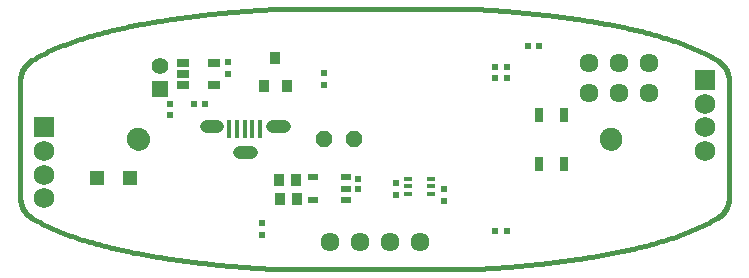
<source format=gts>
G75*
%MOIN*%
%OFA0B0*%
%FSLAX25Y25*%
%IPPOS*%
%LPD*%
%AMOC8*
5,1,8,0,0,1.08239X$1,22.5*
%
%ADD10C,0.00000*%
%ADD11C,0.07487*%
%ADD12C,0.01575*%
%ADD13R,0.04337X0.02565*%
%ADD14R,0.05550X0.05550*%
%ADD15C,0.05550*%
%ADD16R,0.02369X0.01975*%
%ADD17R,0.01975X0.02369*%
%ADD18C,0.06337*%
%ADD19R,0.05124X0.05124*%
%ADD20R,0.03550X0.04337*%
%ADD21R,0.03550X0.02369*%
%ADD22R,0.02959X0.04534*%
%ADD23OC8,0.05600*%
%ADD24R,0.01778X0.06306*%
%ADD25C,0.04369*%
%ADD26R,0.03156X0.01778*%
%ADD27R,0.06900X0.06900*%
%ADD28C,0.06900*%
D10*
X0076997Y0064792D02*
X0076999Y0064910D01*
X0077005Y0065029D01*
X0077015Y0065147D01*
X0077029Y0065264D01*
X0077046Y0065381D01*
X0077068Y0065498D01*
X0077094Y0065613D01*
X0077123Y0065728D01*
X0077156Y0065842D01*
X0077193Y0065954D01*
X0077234Y0066065D01*
X0077278Y0066175D01*
X0077326Y0066283D01*
X0077378Y0066390D01*
X0077433Y0066495D01*
X0077492Y0066598D01*
X0077554Y0066698D01*
X0077619Y0066797D01*
X0077688Y0066894D01*
X0077759Y0066988D01*
X0077834Y0067079D01*
X0077912Y0067169D01*
X0077993Y0067255D01*
X0078077Y0067339D01*
X0078163Y0067420D01*
X0078253Y0067498D01*
X0078344Y0067573D01*
X0078438Y0067644D01*
X0078535Y0067713D01*
X0078634Y0067778D01*
X0078734Y0067840D01*
X0078837Y0067899D01*
X0078942Y0067954D01*
X0079049Y0068006D01*
X0079157Y0068054D01*
X0079267Y0068098D01*
X0079378Y0068139D01*
X0079490Y0068176D01*
X0079604Y0068209D01*
X0079719Y0068238D01*
X0079834Y0068264D01*
X0079951Y0068286D01*
X0080068Y0068303D01*
X0080185Y0068317D01*
X0080303Y0068327D01*
X0080422Y0068333D01*
X0080540Y0068335D01*
X0080658Y0068333D01*
X0080777Y0068327D01*
X0080895Y0068317D01*
X0081012Y0068303D01*
X0081129Y0068286D01*
X0081246Y0068264D01*
X0081361Y0068238D01*
X0081476Y0068209D01*
X0081590Y0068176D01*
X0081702Y0068139D01*
X0081813Y0068098D01*
X0081923Y0068054D01*
X0082031Y0068006D01*
X0082138Y0067954D01*
X0082243Y0067899D01*
X0082346Y0067840D01*
X0082446Y0067778D01*
X0082545Y0067713D01*
X0082642Y0067644D01*
X0082736Y0067573D01*
X0082827Y0067498D01*
X0082917Y0067420D01*
X0083003Y0067339D01*
X0083087Y0067255D01*
X0083168Y0067169D01*
X0083246Y0067079D01*
X0083321Y0066988D01*
X0083392Y0066894D01*
X0083461Y0066797D01*
X0083526Y0066698D01*
X0083588Y0066598D01*
X0083647Y0066495D01*
X0083702Y0066390D01*
X0083754Y0066283D01*
X0083802Y0066175D01*
X0083846Y0066065D01*
X0083887Y0065954D01*
X0083924Y0065842D01*
X0083957Y0065728D01*
X0083986Y0065613D01*
X0084012Y0065498D01*
X0084034Y0065381D01*
X0084051Y0065264D01*
X0084065Y0065147D01*
X0084075Y0065029D01*
X0084081Y0064910D01*
X0084083Y0064792D01*
X0084081Y0064674D01*
X0084075Y0064555D01*
X0084065Y0064437D01*
X0084051Y0064320D01*
X0084034Y0064203D01*
X0084012Y0064086D01*
X0083986Y0063971D01*
X0083957Y0063856D01*
X0083924Y0063742D01*
X0083887Y0063630D01*
X0083846Y0063519D01*
X0083802Y0063409D01*
X0083754Y0063301D01*
X0083702Y0063194D01*
X0083647Y0063089D01*
X0083588Y0062986D01*
X0083526Y0062886D01*
X0083461Y0062787D01*
X0083392Y0062690D01*
X0083321Y0062596D01*
X0083246Y0062505D01*
X0083168Y0062415D01*
X0083087Y0062329D01*
X0083003Y0062245D01*
X0082917Y0062164D01*
X0082827Y0062086D01*
X0082736Y0062011D01*
X0082642Y0061940D01*
X0082545Y0061871D01*
X0082446Y0061806D01*
X0082346Y0061744D01*
X0082243Y0061685D01*
X0082138Y0061630D01*
X0082031Y0061578D01*
X0081923Y0061530D01*
X0081813Y0061486D01*
X0081702Y0061445D01*
X0081590Y0061408D01*
X0081476Y0061375D01*
X0081361Y0061346D01*
X0081246Y0061320D01*
X0081129Y0061298D01*
X0081012Y0061281D01*
X0080895Y0061267D01*
X0080777Y0061257D01*
X0080658Y0061251D01*
X0080540Y0061249D01*
X0080422Y0061251D01*
X0080303Y0061257D01*
X0080185Y0061267D01*
X0080068Y0061281D01*
X0079951Y0061298D01*
X0079834Y0061320D01*
X0079719Y0061346D01*
X0079604Y0061375D01*
X0079490Y0061408D01*
X0079378Y0061445D01*
X0079267Y0061486D01*
X0079157Y0061530D01*
X0079049Y0061578D01*
X0078942Y0061630D01*
X0078837Y0061685D01*
X0078734Y0061744D01*
X0078634Y0061806D01*
X0078535Y0061871D01*
X0078438Y0061940D01*
X0078344Y0062011D01*
X0078253Y0062086D01*
X0078163Y0062164D01*
X0078077Y0062245D01*
X0077993Y0062329D01*
X0077912Y0062415D01*
X0077834Y0062505D01*
X0077759Y0062596D01*
X0077688Y0062690D01*
X0077619Y0062787D01*
X0077554Y0062886D01*
X0077492Y0062986D01*
X0077433Y0063089D01*
X0077378Y0063194D01*
X0077326Y0063301D01*
X0077278Y0063409D01*
X0077234Y0063519D01*
X0077193Y0063630D01*
X0077156Y0063742D01*
X0077123Y0063856D01*
X0077094Y0063971D01*
X0077068Y0064086D01*
X0077046Y0064203D01*
X0077029Y0064320D01*
X0077015Y0064437D01*
X0077005Y0064555D01*
X0076999Y0064674D01*
X0076997Y0064792D01*
X0234477Y0064792D02*
X0234479Y0064910D01*
X0234485Y0065029D01*
X0234495Y0065147D01*
X0234509Y0065264D01*
X0234526Y0065381D01*
X0234548Y0065498D01*
X0234574Y0065613D01*
X0234603Y0065728D01*
X0234636Y0065842D01*
X0234673Y0065954D01*
X0234714Y0066065D01*
X0234758Y0066175D01*
X0234806Y0066283D01*
X0234858Y0066390D01*
X0234913Y0066495D01*
X0234972Y0066598D01*
X0235034Y0066698D01*
X0235099Y0066797D01*
X0235168Y0066894D01*
X0235239Y0066988D01*
X0235314Y0067079D01*
X0235392Y0067169D01*
X0235473Y0067255D01*
X0235557Y0067339D01*
X0235643Y0067420D01*
X0235733Y0067498D01*
X0235824Y0067573D01*
X0235918Y0067644D01*
X0236015Y0067713D01*
X0236114Y0067778D01*
X0236214Y0067840D01*
X0236317Y0067899D01*
X0236422Y0067954D01*
X0236529Y0068006D01*
X0236637Y0068054D01*
X0236747Y0068098D01*
X0236858Y0068139D01*
X0236970Y0068176D01*
X0237084Y0068209D01*
X0237199Y0068238D01*
X0237314Y0068264D01*
X0237431Y0068286D01*
X0237548Y0068303D01*
X0237665Y0068317D01*
X0237783Y0068327D01*
X0237902Y0068333D01*
X0238020Y0068335D01*
X0238138Y0068333D01*
X0238257Y0068327D01*
X0238375Y0068317D01*
X0238492Y0068303D01*
X0238609Y0068286D01*
X0238726Y0068264D01*
X0238841Y0068238D01*
X0238956Y0068209D01*
X0239070Y0068176D01*
X0239182Y0068139D01*
X0239293Y0068098D01*
X0239403Y0068054D01*
X0239511Y0068006D01*
X0239618Y0067954D01*
X0239723Y0067899D01*
X0239826Y0067840D01*
X0239926Y0067778D01*
X0240025Y0067713D01*
X0240122Y0067644D01*
X0240216Y0067573D01*
X0240307Y0067498D01*
X0240397Y0067420D01*
X0240483Y0067339D01*
X0240567Y0067255D01*
X0240648Y0067169D01*
X0240726Y0067079D01*
X0240801Y0066988D01*
X0240872Y0066894D01*
X0240941Y0066797D01*
X0241006Y0066698D01*
X0241068Y0066598D01*
X0241127Y0066495D01*
X0241182Y0066390D01*
X0241234Y0066283D01*
X0241282Y0066175D01*
X0241326Y0066065D01*
X0241367Y0065954D01*
X0241404Y0065842D01*
X0241437Y0065728D01*
X0241466Y0065613D01*
X0241492Y0065498D01*
X0241514Y0065381D01*
X0241531Y0065264D01*
X0241545Y0065147D01*
X0241555Y0065029D01*
X0241561Y0064910D01*
X0241563Y0064792D01*
X0241561Y0064674D01*
X0241555Y0064555D01*
X0241545Y0064437D01*
X0241531Y0064320D01*
X0241514Y0064203D01*
X0241492Y0064086D01*
X0241466Y0063971D01*
X0241437Y0063856D01*
X0241404Y0063742D01*
X0241367Y0063630D01*
X0241326Y0063519D01*
X0241282Y0063409D01*
X0241234Y0063301D01*
X0241182Y0063194D01*
X0241127Y0063089D01*
X0241068Y0062986D01*
X0241006Y0062886D01*
X0240941Y0062787D01*
X0240872Y0062690D01*
X0240801Y0062596D01*
X0240726Y0062505D01*
X0240648Y0062415D01*
X0240567Y0062329D01*
X0240483Y0062245D01*
X0240397Y0062164D01*
X0240307Y0062086D01*
X0240216Y0062011D01*
X0240122Y0061940D01*
X0240025Y0061871D01*
X0239926Y0061806D01*
X0239826Y0061744D01*
X0239723Y0061685D01*
X0239618Y0061630D01*
X0239511Y0061578D01*
X0239403Y0061530D01*
X0239293Y0061486D01*
X0239182Y0061445D01*
X0239070Y0061408D01*
X0238956Y0061375D01*
X0238841Y0061346D01*
X0238726Y0061320D01*
X0238609Y0061298D01*
X0238492Y0061281D01*
X0238375Y0061267D01*
X0238257Y0061257D01*
X0238138Y0061251D01*
X0238020Y0061249D01*
X0237902Y0061251D01*
X0237783Y0061257D01*
X0237665Y0061267D01*
X0237548Y0061281D01*
X0237431Y0061298D01*
X0237314Y0061320D01*
X0237199Y0061346D01*
X0237084Y0061375D01*
X0236970Y0061408D01*
X0236858Y0061445D01*
X0236747Y0061486D01*
X0236637Y0061530D01*
X0236529Y0061578D01*
X0236422Y0061630D01*
X0236317Y0061685D01*
X0236214Y0061744D01*
X0236114Y0061806D01*
X0236015Y0061871D01*
X0235918Y0061940D01*
X0235824Y0062011D01*
X0235733Y0062086D01*
X0235643Y0062164D01*
X0235557Y0062245D01*
X0235473Y0062329D01*
X0235392Y0062415D01*
X0235314Y0062505D01*
X0235239Y0062596D01*
X0235168Y0062690D01*
X0235099Y0062787D01*
X0235034Y0062886D01*
X0234972Y0062986D01*
X0234913Y0063089D01*
X0234858Y0063194D01*
X0234806Y0063301D01*
X0234758Y0063409D01*
X0234714Y0063519D01*
X0234673Y0063630D01*
X0234636Y0063742D01*
X0234603Y0063856D01*
X0234574Y0063971D01*
X0234548Y0064086D01*
X0234526Y0064203D01*
X0234509Y0064320D01*
X0234495Y0064437D01*
X0234485Y0064555D01*
X0234479Y0064674D01*
X0234477Y0064792D01*
D11*
X0238020Y0064792D03*
X0080540Y0064792D03*
D12*
X0062538Y0031061D02*
X0061736Y0031312D01*
X0060935Y0031569D01*
X0060137Y0031832D01*
X0059340Y0032101D01*
X0058545Y0032375D01*
X0057752Y0032656D01*
X0056961Y0032944D01*
X0056172Y0033239D01*
X0055385Y0033541D01*
X0054601Y0033850D01*
X0053819Y0034167D01*
X0053040Y0034493D01*
X0052263Y0034827D01*
X0051489Y0035170D01*
X0050718Y0035522D01*
X0049949Y0035884D01*
X0049184Y0036257D01*
X0048423Y0036640D01*
X0047668Y0037034D01*
X0046918Y0037439D01*
X0046176Y0037856D01*
X0045441Y0038285D01*
X0044928Y0038595D01*
X0044906Y0038608D01*
X0044884Y0038622D01*
X0044862Y0038635D01*
X0044841Y0038649D01*
X0044819Y0038662D01*
X0044798Y0038676D01*
X0044776Y0038690D01*
X0044754Y0038704D01*
X0044733Y0038718D01*
X0044711Y0038732D01*
X0044690Y0038746D01*
X0044668Y0038761D01*
X0044647Y0038775D01*
X0044626Y0038790D01*
X0044604Y0038804D01*
X0044583Y0038819D01*
X0044562Y0038833D01*
X0044540Y0038848D01*
X0044519Y0038863D01*
X0044498Y0038878D01*
X0044477Y0038893D01*
X0044456Y0038908D01*
X0044435Y0038923D01*
X0044414Y0038938D01*
X0044393Y0038954D01*
X0044372Y0038969D01*
X0044351Y0038985D01*
X0044330Y0039000D01*
X0044309Y0039016D01*
X0044288Y0039032D01*
X0044267Y0039047D01*
X0044247Y0039063D01*
X0044226Y0039079D01*
X0044205Y0039095D01*
X0044185Y0039111D01*
X0044164Y0039128D01*
X0044143Y0039144D01*
X0044123Y0039160D01*
X0044102Y0039177D01*
X0044082Y0039193D01*
X0044062Y0039210D01*
X0044041Y0039227D01*
X0044021Y0039243D01*
X0044001Y0039260D01*
X0043980Y0039277D01*
X0043960Y0039294D01*
X0043940Y0039311D01*
X0043920Y0039328D01*
X0043900Y0039346D01*
X0043880Y0039363D01*
X0043860Y0039380D01*
X0043840Y0039398D01*
X0043820Y0039415D01*
X0043800Y0039433D01*
X0043781Y0039451D01*
X0043761Y0039468D01*
X0043741Y0039486D01*
X0043722Y0039504D01*
X0043702Y0039522D01*
X0043683Y0039540D01*
X0043663Y0039558D01*
X0043644Y0039577D01*
X0043624Y0039595D01*
X0043605Y0039613D01*
X0043586Y0039632D01*
X0043567Y0039650D01*
X0043548Y0039669D01*
X0043529Y0039688D01*
X0043509Y0039706D01*
X0043491Y0039725D01*
X0043472Y0039744D01*
X0043453Y0039763D01*
X0043434Y0039782D01*
X0043415Y0039801D01*
X0043396Y0039820D01*
X0043378Y0039840D01*
X0043359Y0039859D01*
X0043341Y0039878D01*
X0043322Y0039898D01*
X0043304Y0039917D01*
X0043285Y0039937D01*
X0043267Y0039957D01*
X0043249Y0039976D01*
X0043231Y0039996D01*
X0043213Y0040016D01*
X0043195Y0040036D01*
X0043177Y0040056D01*
X0043159Y0040076D01*
X0043141Y0040096D01*
X0043123Y0040117D01*
X0043105Y0040137D01*
X0043088Y0040157D01*
X0043070Y0040178D01*
X0043052Y0040198D01*
X0043035Y0040219D01*
X0043018Y0040239D01*
X0043000Y0040260D01*
X0042983Y0040281D01*
X0042966Y0040302D01*
X0042949Y0040323D01*
X0042931Y0040344D01*
X0042914Y0040365D01*
X0042898Y0040386D01*
X0042881Y0040407D01*
X0042864Y0040428D01*
X0042847Y0040449D01*
X0042830Y0040471D01*
X0042814Y0040492D01*
X0042797Y0040514D01*
X0042781Y0040535D01*
X0042764Y0040557D01*
X0042748Y0040578D01*
X0042732Y0040600D01*
X0042716Y0040622D01*
X0042699Y0040644D01*
X0042683Y0040666D01*
X0042667Y0040688D01*
X0042652Y0040710D01*
X0042636Y0040732D01*
X0042620Y0040754D01*
X0042604Y0040776D01*
X0042589Y0040798D01*
X0042573Y0040821D01*
X0042558Y0040843D01*
X0042542Y0040865D01*
X0042527Y0040888D01*
X0042512Y0040911D01*
X0042497Y0040933D01*
X0042482Y0040956D01*
X0042467Y0040979D01*
X0042452Y0041001D01*
X0042437Y0041024D01*
X0042422Y0041047D01*
X0042407Y0041070D01*
X0042393Y0041093D01*
X0042378Y0041116D01*
X0042364Y0041139D01*
X0042349Y0041162D01*
X0042335Y0041185D01*
X0042321Y0041208D01*
X0042307Y0041232D01*
X0042293Y0041255D01*
X0042279Y0041279D01*
X0042265Y0041302D01*
X0042251Y0041325D01*
X0042237Y0041349D01*
X0042224Y0041373D01*
X0042210Y0041396D01*
X0042196Y0041420D01*
X0042183Y0041444D01*
X0042170Y0041467D01*
X0042156Y0041491D01*
X0042143Y0041515D01*
X0042130Y0041539D01*
X0042117Y0041563D01*
X0042104Y0041587D01*
X0042091Y0041611D01*
X0042079Y0041635D01*
X0042066Y0041659D01*
X0042053Y0041683D01*
X0042041Y0041707D01*
X0042029Y0041732D01*
X0042016Y0041756D01*
X0042004Y0041780D01*
X0041992Y0041805D01*
X0041980Y0041829D01*
X0041968Y0041854D01*
X0041956Y0041878D01*
X0041944Y0041903D01*
X0041932Y0041927D01*
X0041921Y0041952D01*
X0041909Y0041976D01*
X0041898Y0042001D01*
X0041886Y0042026D01*
X0041875Y0042051D01*
X0041864Y0042075D01*
X0041853Y0042100D01*
X0041842Y0042125D01*
X0041831Y0042150D01*
X0041820Y0042175D01*
X0041809Y0042200D01*
X0041798Y0042225D01*
X0041788Y0042250D01*
X0041777Y0042275D01*
X0041767Y0042300D01*
X0041757Y0042325D01*
X0041746Y0042350D01*
X0041736Y0042375D01*
X0041726Y0042401D01*
X0041716Y0042426D01*
X0041706Y0042451D01*
X0041696Y0042476D01*
X0041687Y0042502D01*
X0041677Y0042527D01*
X0041668Y0042552D01*
X0041658Y0042578D01*
X0041649Y0042603D01*
X0041640Y0042629D01*
X0041630Y0042654D01*
X0041621Y0042680D01*
X0041612Y0042705D01*
X0041604Y0042731D01*
X0041595Y0042756D01*
X0041586Y0042782D01*
X0041577Y0042807D01*
X0041569Y0042833D01*
X0041560Y0042859D01*
X0041552Y0042884D01*
X0041544Y0042910D01*
X0041536Y0042936D01*
X0041528Y0042961D01*
X0041520Y0042987D01*
X0041512Y0043013D01*
X0041504Y0043039D01*
X0041496Y0043065D01*
X0041489Y0043090D01*
X0041481Y0043116D01*
X0041474Y0043142D01*
X0041466Y0043168D01*
X0041459Y0043194D01*
X0041452Y0043220D01*
X0041445Y0043245D01*
X0041438Y0043271D01*
X0041431Y0043297D01*
X0041424Y0043323D01*
X0041417Y0043349D01*
X0041411Y0043375D01*
X0041404Y0043401D01*
X0041398Y0043427D01*
X0041391Y0043453D01*
X0041385Y0043479D01*
X0041379Y0043505D01*
X0041373Y0043531D01*
X0041367Y0043557D01*
X0041361Y0043583D01*
X0041355Y0043609D01*
X0041350Y0043635D01*
X0041344Y0043661D01*
X0041338Y0043687D01*
X0041333Y0043714D01*
X0041328Y0043740D01*
X0041322Y0043766D01*
X0041317Y0043792D01*
X0041312Y0043818D01*
X0041307Y0043844D01*
X0041302Y0043870D01*
X0041298Y0043896D01*
X0041293Y0043922D01*
X0041288Y0043948D01*
X0041284Y0043974D01*
X0041279Y0044000D01*
X0041275Y0044027D01*
X0041271Y0044053D01*
X0041266Y0044079D01*
X0041262Y0044105D01*
X0041258Y0044131D01*
X0041255Y0044157D01*
X0041251Y0044183D01*
X0041247Y0044209D01*
X0041243Y0044235D01*
X0041240Y0044261D01*
X0041236Y0044287D01*
X0041233Y0044313D01*
X0041230Y0044339D01*
X0041227Y0044365D01*
X0041223Y0044391D01*
X0041220Y0044418D01*
X0041218Y0044444D01*
X0041215Y0044469D01*
X0041212Y0044495D01*
X0041209Y0044521D01*
X0041207Y0044547D01*
X0041204Y0044573D01*
X0041202Y0044599D01*
X0041200Y0044625D01*
X0041197Y0044651D01*
X0041195Y0044677D01*
X0041193Y0044703D01*
X0041191Y0044729D01*
X0041189Y0044755D01*
X0041188Y0044781D01*
X0041186Y0044807D01*
X0041184Y0044832D01*
X0041183Y0044858D01*
X0041181Y0044884D01*
X0041180Y0044910D01*
X0041179Y0044936D01*
X0041178Y0044962D01*
X0041177Y0044987D01*
X0041176Y0045013D01*
X0041175Y0045039D01*
X0041174Y0045065D01*
X0041173Y0045090D01*
X0041172Y0045116D01*
X0041172Y0045142D01*
X0041171Y0045167D01*
X0041171Y0045193D01*
X0041171Y0045218D01*
X0041170Y0045244D01*
X0041170Y0045269D01*
X0041170Y0045295D01*
X0041170Y0084290D01*
X0041170Y0084315D01*
X0041170Y0084341D01*
X0041170Y0084366D01*
X0041171Y0084392D01*
X0041171Y0084418D01*
X0041172Y0084443D01*
X0041172Y0084469D01*
X0041173Y0084494D01*
X0041174Y0084520D01*
X0041174Y0084546D01*
X0041175Y0084572D01*
X0041176Y0084597D01*
X0041177Y0084623D01*
X0041178Y0084649D01*
X0041180Y0084675D01*
X0041181Y0084701D01*
X0041182Y0084726D01*
X0041184Y0084752D01*
X0041185Y0084778D01*
X0041187Y0084804D01*
X0041189Y0084830D01*
X0041191Y0084856D01*
X0041193Y0084881D01*
X0041195Y0084907D01*
X0041197Y0084933D01*
X0041199Y0084959D01*
X0041201Y0084985D01*
X0041204Y0085011D01*
X0041206Y0085037D01*
X0041209Y0085063D01*
X0041211Y0085089D01*
X0041214Y0085115D01*
X0041217Y0085141D01*
X0041220Y0085167D01*
X0041223Y0085193D01*
X0041226Y0085219D01*
X0041229Y0085245D01*
X0041232Y0085271D01*
X0041235Y0085297D01*
X0041239Y0085323D01*
X0041242Y0085350D01*
X0041246Y0085376D01*
X0041250Y0085402D01*
X0041253Y0085428D01*
X0041257Y0085454D01*
X0041261Y0085480D01*
X0041265Y0085506D01*
X0041269Y0085532D01*
X0041274Y0085558D01*
X0041278Y0085584D01*
X0041282Y0085610D01*
X0041287Y0085636D01*
X0041291Y0085663D01*
X0041296Y0085689D01*
X0041301Y0085715D01*
X0041306Y0085741D01*
X0041311Y0085767D01*
X0041316Y0085793D01*
X0041321Y0085819D01*
X0041326Y0085845D01*
X0041331Y0085871D01*
X0041337Y0085897D01*
X0041342Y0085923D01*
X0041348Y0085949D01*
X0041353Y0085975D01*
X0041359Y0086001D01*
X0041365Y0086027D01*
X0041371Y0086054D01*
X0041377Y0086080D01*
X0041383Y0086106D01*
X0041389Y0086131D01*
X0041396Y0086157D01*
X0041402Y0086183D01*
X0041409Y0086209D01*
X0041415Y0086235D01*
X0041422Y0086261D01*
X0041429Y0086287D01*
X0041436Y0086313D01*
X0041443Y0086339D01*
X0041450Y0086365D01*
X0041457Y0086391D01*
X0041464Y0086417D01*
X0041471Y0086443D01*
X0041479Y0086469D01*
X0041486Y0086494D01*
X0041494Y0086520D01*
X0041501Y0086546D01*
X0041509Y0086572D01*
X0041517Y0086598D01*
X0041525Y0086623D01*
X0041533Y0086649D01*
X0041541Y0086675D01*
X0041549Y0086700D01*
X0041558Y0086726D01*
X0041566Y0086752D01*
X0041575Y0086777D01*
X0041583Y0086803D01*
X0041592Y0086829D01*
X0041601Y0086854D01*
X0041610Y0086880D01*
X0041619Y0086905D01*
X0041628Y0086931D01*
X0041637Y0086956D01*
X0041646Y0086982D01*
X0041655Y0087007D01*
X0041665Y0087032D01*
X0041674Y0087058D01*
X0041684Y0087083D01*
X0041693Y0087108D01*
X0041703Y0087134D01*
X0041713Y0087159D01*
X0041723Y0087184D01*
X0041733Y0087209D01*
X0041743Y0087235D01*
X0041753Y0087260D01*
X0041764Y0087285D01*
X0041774Y0087310D01*
X0041784Y0087335D01*
X0041795Y0087360D01*
X0041806Y0087385D01*
X0041816Y0087410D01*
X0041827Y0087435D01*
X0041838Y0087460D01*
X0041849Y0087485D01*
X0041860Y0087510D01*
X0041871Y0087534D01*
X0041883Y0087559D01*
X0041894Y0087584D01*
X0041906Y0087609D01*
X0041917Y0087633D01*
X0041929Y0087658D01*
X0041940Y0087682D01*
X0041952Y0087707D01*
X0041964Y0087731D01*
X0041976Y0087756D01*
X0041988Y0087781D01*
X0042000Y0087805D01*
X0042012Y0087829D01*
X0042025Y0087854D01*
X0042037Y0087878D01*
X0042050Y0087902D01*
X0042062Y0087926D01*
X0042075Y0087950D01*
X0042087Y0087974D01*
X0042100Y0087998D01*
X0042113Y0088022D01*
X0042126Y0088046D01*
X0042139Y0088070D01*
X0042152Y0088094D01*
X0042166Y0088118D01*
X0042179Y0088142D01*
X0042192Y0088166D01*
X0042206Y0088189D01*
X0042219Y0088213D01*
X0042233Y0088236D01*
X0042247Y0088260D01*
X0042260Y0088283D01*
X0042274Y0088307D01*
X0042288Y0088330D01*
X0042302Y0088354D01*
X0042316Y0088377D01*
X0042331Y0088400D01*
X0042345Y0088423D01*
X0042359Y0088447D01*
X0042374Y0088470D01*
X0042388Y0088493D01*
X0042403Y0088516D01*
X0042417Y0088539D01*
X0042432Y0088562D01*
X0042447Y0088584D01*
X0042462Y0088607D01*
X0042477Y0088630D01*
X0042492Y0088653D01*
X0042507Y0088675D01*
X0042522Y0088698D01*
X0042538Y0088720D01*
X0042553Y0088743D01*
X0042568Y0088765D01*
X0042584Y0088787D01*
X0042599Y0088810D01*
X0042615Y0088832D01*
X0042631Y0088854D01*
X0042647Y0088876D01*
X0042662Y0088898D01*
X0042678Y0088920D01*
X0042694Y0088942D01*
X0042711Y0088964D01*
X0042727Y0088986D01*
X0042743Y0089008D01*
X0042759Y0089029D01*
X0042776Y0089051D01*
X0042792Y0089072D01*
X0042809Y0089094D01*
X0042825Y0089115D01*
X0042842Y0089137D01*
X0042859Y0089158D01*
X0042875Y0089179D01*
X0042892Y0089201D01*
X0042909Y0089222D01*
X0042926Y0089243D01*
X0042943Y0089264D01*
X0042960Y0089285D01*
X0042978Y0089306D01*
X0042995Y0089326D01*
X0043012Y0089347D01*
X0043030Y0089368D01*
X0043047Y0089388D01*
X0043064Y0089409D01*
X0043082Y0089429D01*
X0043100Y0089450D01*
X0043117Y0089470D01*
X0043135Y0089490D01*
X0043153Y0089510D01*
X0043171Y0089531D01*
X0043189Y0089551D01*
X0043207Y0089570D01*
X0043225Y0089591D01*
X0043243Y0089610D01*
X0043261Y0089630D01*
X0043280Y0089650D01*
X0043298Y0089669D01*
X0043316Y0089689D01*
X0043335Y0089708D01*
X0043353Y0089728D01*
X0043372Y0089747D01*
X0043391Y0089767D01*
X0043409Y0089786D01*
X0043428Y0089805D01*
X0043447Y0089824D01*
X0043466Y0089843D01*
X0043485Y0089862D01*
X0043504Y0089881D01*
X0043523Y0089899D01*
X0043542Y0089918D01*
X0043561Y0089937D01*
X0043580Y0089955D01*
X0043599Y0089974D01*
X0043618Y0089992D01*
X0043638Y0090010D01*
X0043657Y0090029D01*
X0043677Y0090047D01*
X0043696Y0090065D01*
X0043716Y0090083D01*
X0043735Y0090101D01*
X0043755Y0090119D01*
X0043775Y0090137D01*
X0043814Y0090172D01*
X0043854Y0090207D01*
X0043874Y0090224D01*
X0043914Y0090259D01*
X0043954Y0090293D01*
X0043974Y0090310D01*
X0043994Y0090327D01*
X0044014Y0090344D01*
X0044035Y0090361D01*
X0044055Y0090378D01*
X0044076Y0090394D01*
X0044096Y0090411D01*
X0044116Y0090427D01*
X0044137Y0090444D01*
X0044157Y0090460D01*
X0044178Y0090476D01*
X0044199Y0090493D01*
X0044219Y0090508D01*
X0044240Y0090524D01*
X0044261Y0090540D01*
X0044282Y0090556D01*
X0044323Y0090588D01*
X0044344Y0090603D01*
X0044365Y0090619D01*
X0044407Y0090650D01*
X0044428Y0090665D01*
X0044449Y0090680D01*
X0044470Y0090695D01*
X0044491Y0090710D01*
X0044513Y0090725D01*
X0044534Y0090740D01*
X0044555Y0090755D01*
X0044576Y0090769D01*
X0044598Y0090784D01*
X0044619Y0090799D01*
X0044640Y0090813D01*
X0044662Y0090828D01*
X0044683Y0090842D01*
X0044705Y0090856D01*
X0044726Y0090870D01*
X0044748Y0090884D01*
X0044769Y0090898D01*
X0044791Y0090912D01*
X0044812Y0090926D01*
X0044834Y0090940D01*
X0044856Y0090953D01*
X0044877Y0090967D01*
X0044899Y0090981D01*
X0044921Y0090994D01*
X0045239Y0091187D01*
X0045979Y0091624D01*
X0046726Y0092047D01*
X0047479Y0092459D01*
X0048239Y0092858D01*
X0049004Y0093246D01*
X0049774Y0093624D01*
X0050549Y0093992D01*
X0051329Y0094350D01*
X0052113Y0094699D01*
X0052902Y0095040D01*
X0053694Y0095373D01*
X0054490Y0095697D01*
X0055289Y0096013D01*
X0056091Y0096322D01*
X0056895Y0096623D01*
X0057702Y0096917D01*
X0058510Y0097204D01*
X0059320Y0097484D01*
X0060132Y0097757D01*
X0060945Y0098025D01*
X0061760Y0098287D01*
X0062578Y0098542D01*
X0063396Y0098792D01*
X0064217Y0099037D01*
X0065038Y0099276D01*
X0065862Y0099510D01*
X0066686Y0099740D01*
X0067513Y0099964D01*
X0068341Y0100184D01*
X0069170Y0100400D01*
X0070000Y0100611D01*
X0070832Y0100818D01*
X0071665Y0101020D01*
X0072500Y0101219D01*
X0073335Y0101413D01*
X0074171Y0101604D01*
X0075008Y0101790D01*
X0075846Y0101973D01*
X0076685Y0102152D01*
X0077524Y0102327D01*
X0078364Y0102499D01*
X0079204Y0102668D01*
X0080045Y0102832D01*
X0080886Y0102994D01*
X0081728Y0103153D01*
X0082570Y0103308D01*
X0083412Y0103460D01*
X0084254Y0103610D01*
X0085096Y0103756D01*
X0085939Y0103899D01*
X0086782Y0104040D01*
X0087625Y0104178D01*
X0088469Y0104313D01*
X0089313Y0104445D01*
X0090156Y0104574D01*
X0091001Y0104701D01*
X0091845Y0104826D01*
X0092690Y0104947D01*
X0093534Y0105067D01*
X0094379Y0105184D01*
X0095224Y0105298D01*
X0096070Y0105411D01*
X0096915Y0105521D01*
X0097761Y0105629D01*
X0098607Y0105734D01*
X0099453Y0105838D01*
X0100299Y0105940D01*
X0101146Y0106039D01*
X0101992Y0106137D01*
X0102839Y0106232D01*
X0103686Y0106326D01*
X0104533Y0106417D01*
X0105380Y0106507D01*
X0106228Y0106595D01*
X0107075Y0106680D01*
X0107923Y0106764D01*
X0108771Y0106846D01*
X0109619Y0106927D01*
X0110467Y0107005D01*
X0111316Y0107082D01*
X0112164Y0107156D01*
X0113013Y0107230D01*
X0113861Y0107301D01*
X0114710Y0107371D01*
X0115559Y0107439D01*
X0116409Y0107505D01*
X0117258Y0107570D01*
X0118107Y0107633D01*
X0118957Y0107695D01*
X0119807Y0107755D01*
X0120657Y0107813D01*
X0121507Y0107870D01*
X0122357Y0107925D01*
X0123207Y0107979D01*
X0124057Y0108032D01*
X0124908Y0108083D01*
X0124974Y0108087D01*
X0125027Y0108090D01*
X0125054Y0108091D01*
X0125107Y0108093D01*
X0125134Y0108094D01*
X0125187Y0108096D01*
X0125214Y0108097D01*
X0125267Y0108098D01*
X0125294Y0108098D01*
X0125320Y0108099D01*
X0125347Y0108099D01*
X0125374Y0108099D01*
X0125400Y0108099D01*
X0193173Y0108099D01*
X0193200Y0108099D01*
X0193227Y0108099D01*
X0193280Y0108098D01*
X0193307Y0108097D01*
X0193333Y0108097D01*
X0193360Y0108096D01*
X0193413Y0108095D01*
X0193440Y0108094D01*
X0193467Y0108093D01*
X0193493Y0108092D01*
X0193520Y0108090D01*
X0193546Y0108089D01*
X0193573Y0108087D01*
X0193600Y0108086D01*
X0194103Y0108056D01*
X0194943Y0108005D01*
X0195782Y0107952D01*
X0196621Y0107897D01*
X0197461Y0107842D01*
X0198300Y0107785D01*
X0199139Y0107726D01*
X0199978Y0107666D01*
X0200817Y0107605D01*
X0201656Y0107541D01*
X0202495Y0107477D01*
X0203333Y0107410D01*
X0204172Y0107342D01*
X0205010Y0107273D01*
X0205848Y0107201D01*
X0206686Y0107129D01*
X0207524Y0107054D01*
X0208362Y0106977D01*
X0209200Y0106899D01*
X0210037Y0106819D01*
X0210875Y0106738D01*
X0211712Y0106654D01*
X0212549Y0106569D01*
X0213386Y0106481D01*
X0214223Y0106393D01*
X0215059Y0106301D01*
X0215896Y0106208D01*
X0216732Y0106114D01*
X0217569Y0106017D01*
X0218405Y0105918D01*
X0219241Y0105817D01*
X0220076Y0105714D01*
X0220912Y0105609D01*
X0221747Y0105502D01*
X0222583Y0105393D01*
X0223418Y0105281D01*
X0224253Y0105168D01*
X0225088Y0105052D01*
X0225923Y0104933D01*
X0226757Y0104813D01*
X0227592Y0104689D01*
X0228426Y0104564D01*
X0229260Y0104435D01*
X0230094Y0104305D01*
X0230927Y0104171D01*
X0231761Y0104035D01*
X0232594Y0103896D01*
X0233426Y0103755D01*
X0234259Y0103610D01*
X0235091Y0103462D01*
X0235923Y0103312D01*
X0236754Y0103159D01*
X0237585Y0103002D01*
X0238416Y0102843D01*
X0239245Y0102680D01*
X0240074Y0102515D01*
X0240900Y0102346D01*
X0241727Y0102173D01*
X0242552Y0101998D01*
X0243377Y0101819D01*
X0244200Y0101636D01*
X0245022Y0101450D01*
X0245843Y0101259D01*
X0246662Y0101065D01*
X0247481Y0100868D01*
X0248298Y0100665D01*
X0249115Y0100459D01*
X0249930Y0100249D01*
X0250743Y0100034D01*
X0251556Y0099815D01*
X0252365Y0099591D01*
X0253174Y0099363D01*
X0253983Y0099130D01*
X0254788Y0098892D01*
X0255593Y0098649D01*
X0256396Y0098401D01*
X0257198Y0098146D01*
X0257997Y0097887D01*
X0258796Y0097621D01*
X0259591Y0097350D01*
X0260385Y0097072D01*
X0261178Y0096788D01*
X0261967Y0096497D01*
X0262755Y0096199D01*
X0263540Y0095893D01*
X0264324Y0095580D01*
X0265105Y0095259D01*
X0265883Y0094930D01*
X0266658Y0094591D01*
X0267430Y0094244D01*
X0268200Y0093887D01*
X0268967Y0093520D01*
X0269731Y0093143D01*
X0270489Y0092754D01*
X0271243Y0092355D01*
X0271989Y0091944D01*
X0272727Y0091522D01*
X0273459Y0091087D01*
X0273644Y0090974D01*
X0273688Y0090947D01*
X0273709Y0090934D01*
X0273774Y0090893D01*
X0273839Y0090851D01*
X0273859Y0090836D01*
X0273881Y0090822D01*
X0273924Y0090794D01*
X0273989Y0090750D01*
X0274009Y0090735D01*
X0274030Y0090720D01*
X0274074Y0090690D01*
X0274095Y0090675D01*
X0274115Y0090660D01*
X0274137Y0090645D01*
X0274158Y0090630D01*
X0274178Y0090614D01*
X0274221Y0090583D01*
X0274241Y0090568D01*
X0274263Y0090552D01*
X0274282Y0090536D01*
X0274304Y0090520D01*
X0274324Y0090504D01*
X0274345Y0090488D01*
X0274365Y0090472D01*
X0274387Y0090456D01*
X0274406Y0090440D01*
X0274428Y0090424D01*
X0274448Y0090407D01*
X0274469Y0090391D01*
X0274489Y0090374D01*
X0274509Y0090357D01*
X0274530Y0090341D01*
X0274550Y0090324D01*
X0274589Y0090290D01*
X0274611Y0090273D01*
X0274650Y0090239D01*
X0274690Y0090204D01*
X0274711Y0090187D01*
X0274731Y0090169D01*
X0274751Y0090152D01*
X0274770Y0090134D01*
X0274790Y0090116D01*
X0274810Y0090098D01*
X0274849Y0090063D01*
X0274889Y0090026D01*
X0274906Y0090008D01*
X0274946Y0089972D01*
X0274965Y0089953D01*
X0274985Y0089935D01*
X0275003Y0089916D01*
X0275022Y0089898D01*
X0275042Y0089879D01*
X0275060Y0089860D01*
X0275099Y0089822D01*
X0275117Y0089803D01*
X0275137Y0089784D01*
X0275154Y0089765D01*
X0275174Y0089746D01*
X0275192Y0089727D01*
X0275211Y0089707D01*
X0275247Y0089668D01*
X0275267Y0089649D01*
X0275284Y0089629D01*
X0275302Y0089609D01*
X0275322Y0089590D01*
X0275357Y0089550D01*
X0275410Y0089490D01*
X0275463Y0089429D01*
X0275517Y0089367D01*
X0275570Y0089305D01*
X0275585Y0089284D01*
X0275621Y0089243D01*
X0275639Y0089222D01*
X0275654Y0089201D01*
X0275672Y0089180D01*
X0275688Y0089158D01*
X0275706Y0089137D01*
X0275721Y0089116D01*
X0275739Y0089094D01*
X0275755Y0089073D01*
X0275772Y0089051D01*
X0275788Y0089030D01*
X0275804Y0089008D01*
X0275822Y0088986D01*
X0275837Y0088965D01*
X0275869Y0088921D01*
X0275885Y0088899D01*
X0275900Y0088877D01*
X0275916Y0088855D01*
X0275932Y0088833D01*
X0275948Y0088811D01*
X0275979Y0088766D01*
X0276042Y0088677D01*
X0276056Y0088654D01*
X0276087Y0088609D01*
X0276101Y0088586D01*
X0276117Y0088563D01*
X0276131Y0088540D01*
X0276146Y0088517D01*
X0276160Y0088494D01*
X0276176Y0088471D01*
X0276190Y0088448D01*
X0276204Y0088425D01*
X0276219Y0088402D01*
X0276247Y0088356D01*
X0276274Y0088309D01*
X0276288Y0088286D01*
X0276302Y0088262D01*
X0276316Y0088239D01*
X0276371Y0088144D01*
X0276398Y0088096D01*
X0276410Y0088073D01*
X0276424Y0088049D01*
X0276438Y0088025D01*
X0276450Y0088001D01*
X0276463Y0087977D01*
X0276475Y0087953D01*
X0276489Y0087929D01*
X0276513Y0087880D01*
X0276526Y0087856D01*
X0276538Y0087832D01*
X0276550Y0087807D01*
X0276562Y0087783D01*
X0276576Y0087759D01*
X0276587Y0087734D01*
X0276599Y0087710D01*
X0276611Y0087685D01*
X0276646Y0087612D01*
X0276656Y0087587D01*
X0276668Y0087562D01*
X0276680Y0087538D01*
X0276692Y0087513D01*
X0276702Y0087488D01*
X0276713Y0087463D01*
X0276725Y0087438D01*
X0276735Y0087413D01*
X0276747Y0087388D01*
X0276757Y0087363D01*
X0276769Y0087338D01*
X0276788Y0087288D01*
X0276798Y0087263D01*
X0276810Y0087238D01*
X0276839Y0087163D01*
X0276849Y0087137D01*
X0276869Y0087087D01*
X0276898Y0087011D01*
X0276906Y0086985D01*
X0276926Y0086934D01*
X0276934Y0086909D01*
X0276944Y0086883D01*
X0276954Y0086858D01*
X0276961Y0086832D01*
X0276971Y0086807D01*
X0276987Y0086756D01*
X0276997Y0086730D01*
X0277005Y0086704D01*
X0277013Y0086679D01*
X0277020Y0086653D01*
X0277028Y0086627D01*
X0277091Y0086421D01*
X0277097Y0086395D01*
X0277105Y0086369D01*
X0277113Y0086343D01*
X0277119Y0086317D01*
X0277127Y0086291D01*
X0277133Y0086265D01*
X0277141Y0086239D01*
X0277146Y0086214D01*
X0277152Y0086188D01*
X0277160Y0086162D01*
X0277178Y0086084D01*
X0277184Y0086057D01*
X0277202Y0085980D01*
X0277207Y0085953D01*
X0277219Y0085901D01*
X0277225Y0085875D01*
X0277231Y0085849D01*
X0277235Y0085823D01*
X0277247Y0085771D01*
X0277251Y0085745D01*
X0277257Y0085719D01*
X0277261Y0085693D01*
X0277265Y0085667D01*
X0277270Y0085641D01*
X0277274Y0085615D01*
X0277278Y0085588D01*
X0277284Y0085562D01*
X0277288Y0085536D01*
X0277292Y0085510D01*
X0277296Y0085484D01*
X0277300Y0085458D01*
X0277304Y0085432D01*
X0277308Y0085406D01*
X0277316Y0085354D01*
X0277320Y0085328D01*
X0277322Y0085302D01*
X0277326Y0085275D01*
X0277330Y0085249D01*
X0277331Y0085223D01*
X0277335Y0085197D01*
X0277339Y0085171D01*
X0277341Y0085145D01*
X0277345Y0085119D01*
X0277349Y0085067D01*
X0277353Y0085041D01*
X0277359Y0084963D01*
X0277363Y0084937D01*
X0277365Y0084911D01*
X0277367Y0084886D01*
X0277369Y0084860D01*
X0277371Y0084834D01*
X0277373Y0084808D01*
X0277373Y0084782D01*
X0277375Y0084756D01*
X0277381Y0084679D01*
X0277381Y0084653D01*
X0277383Y0084627D01*
X0277383Y0084601D01*
X0277385Y0084576D01*
X0277385Y0084550D01*
X0277387Y0084524D01*
X0277387Y0084498D01*
X0277389Y0084473D01*
X0277389Y0084396D01*
X0277391Y0084370D01*
X0277391Y0045188D01*
X0277389Y0045162D01*
X0277389Y0045111D01*
X0277387Y0045085D01*
X0277387Y0045034D01*
X0277385Y0045008D01*
X0277385Y0044982D01*
X0277381Y0044931D01*
X0277381Y0044905D01*
X0277377Y0044854D01*
X0277377Y0044828D01*
X0277375Y0044802D01*
X0277373Y0044776D01*
X0277371Y0044750D01*
X0277369Y0044724D01*
X0277367Y0044698D01*
X0277365Y0044672D01*
X0277359Y0044594D01*
X0277355Y0044569D01*
X0277351Y0044517D01*
X0277347Y0044491D01*
X0277343Y0044439D01*
X0277339Y0044413D01*
X0277337Y0044387D01*
X0277333Y0044360D01*
X0277330Y0044334D01*
X0277328Y0044308D01*
X0277324Y0044282D01*
X0277316Y0044230D01*
X0277314Y0044204D01*
X0277310Y0044178D01*
X0277306Y0044152D01*
X0277302Y0044126D01*
X0277298Y0044100D01*
X0277294Y0044074D01*
X0277290Y0044048D01*
X0277284Y0044022D01*
X0277280Y0043995D01*
X0277276Y0043969D01*
X0277272Y0043943D01*
X0277267Y0043917D01*
X0277263Y0043891D01*
X0277257Y0043865D01*
X0277253Y0043839D01*
X0277247Y0043813D01*
X0277243Y0043787D01*
X0277237Y0043761D01*
X0277231Y0043735D01*
X0277227Y0043709D01*
X0277221Y0043682D01*
X0277209Y0043631D01*
X0277204Y0043604D01*
X0277180Y0043500D01*
X0277174Y0043474D01*
X0277162Y0043422D01*
X0277154Y0043396D01*
X0277148Y0043370D01*
X0277143Y0043344D01*
X0277135Y0043319D01*
X0277129Y0043293D01*
X0277121Y0043267D01*
X0277115Y0043241D01*
X0277107Y0043215D01*
X0277101Y0043189D01*
X0277093Y0043163D01*
X0277078Y0043111D01*
X0277072Y0043085D01*
X0277048Y0043008D01*
X0277040Y0042982D01*
X0277024Y0042931D01*
X0277015Y0042905D01*
X0277007Y0042880D01*
X0276999Y0042854D01*
X0276991Y0042828D01*
X0276981Y0042803D01*
X0276973Y0042777D01*
X0276963Y0042751D01*
X0276956Y0042726D01*
X0276946Y0042700D01*
X0276938Y0042675D01*
X0276928Y0042649D01*
X0276920Y0042624D01*
X0276891Y0042548D01*
X0276883Y0042522D01*
X0276873Y0042497D01*
X0276863Y0042472D01*
X0276853Y0042446D01*
X0276833Y0042396D01*
X0276822Y0042371D01*
X0276802Y0042320D01*
X0276792Y0042295D01*
X0276782Y0042270D01*
X0276770Y0042245D01*
X0276761Y0042220D01*
X0276749Y0042195D01*
X0276739Y0042170D01*
X0276727Y0042145D01*
X0276717Y0042120D01*
X0276706Y0042095D01*
X0276696Y0042071D01*
X0276684Y0042046D01*
X0276672Y0042021D01*
X0276660Y0041996D01*
X0276648Y0041972D01*
X0276639Y0041947D01*
X0276603Y0041873D01*
X0276580Y0041825D01*
X0276566Y0041800D01*
X0276542Y0041751D01*
X0276530Y0041727D01*
X0276517Y0041703D01*
X0276493Y0041655D01*
X0276479Y0041631D01*
X0276467Y0041606D01*
X0276454Y0041582D01*
X0276442Y0041558D01*
X0276428Y0041534D01*
X0276414Y0041511D01*
X0276402Y0041487D01*
X0276389Y0041463D01*
X0276375Y0041439D01*
X0276361Y0041415D01*
X0276347Y0041392D01*
X0276335Y0041368D01*
X0276322Y0041344D01*
X0276308Y0041321D01*
X0276294Y0041297D01*
X0276280Y0041274D01*
X0276265Y0041251D01*
X0276251Y0041227D01*
X0276223Y0041181D01*
X0276209Y0041158D01*
X0276194Y0041135D01*
X0276180Y0041112D01*
X0276166Y0041089D01*
X0276150Y0041066D01*
X0276137Y0041043D01*
X0276121Y0041020D01*
X0276107Y0040997D01*
X0276091Y0040974D01*
X0276076Y0040952D01*
X0276062Y0040929D01*
X0276046Y0040906D01*
X0276030Y0040884D01*
X0276015Y0040861D01*
X0276001Y0040839D01*
X0275985Y0040816D01*
X0275969Y0040794D01*
X0275954Y0040772D01*
X0275938Y0040750D01*
X0275922Y0040728D01*
X0275891Y0040684D01*
X0275875Y0040662D01*
X0275859Y0040640D01*
X0275841Y0040618D01*
X0275826Y0040596D01*
X0275810Y0040574D01*
X0275794Y0040553D01*
X0275776Y0040531D01*
X0275761Y0040510D01*
X0275743Y0040488D01*
X0275727Y0040467D01*
X0275711Y0040445D01*
X0275694Y0040424D01*
X0275676Y0040403D01*
X0275660Y0040382D01*
X0275643Y0040361D01*
X0275627Y0040340D01*
X0275609Y0040319D01*
X0275591Y0040298D01*
X0275574Y0040277D01*
X0275558Y0040256D01*
X0275540Y0040235D01*
X0275522Y0040215D01*
X0275505Y0040194D01*
X0275487Y0040174D01*
X0275469Y0040153D01*
X0275452Y0040133D01*
X0275434Y0040113D01*
X0275398Y0040072D01*
X0275381Y0040052D01*
X0275363Y0040032D01*
X0275345Y0040012D01*
X0275326Y0039992D01*
X0275308Y0039973D01*
X0275290Y0039953D01*
X0275272Y0039933D01*
X0275253Y0039914D01*
X0275235Y0039894D01*
X0275217Y0039875D01*
X0275198Y0039855D01*
X0275180Y0039836D01*
X0275160Y0039817D01*
X0275143Y0039797D01*
X0275123Y0039778D01*
X0275105Y0039759D01*
X0275085Y0039740D01*
X0275066Y0039722D01*
X0275048Y0039703D01*
X0275009Y0039665D01*
X0274991Y0039647D01*
X0274971Y0039628D01*
X0274952Y0039610D01*
X0274932Y0039591D01*
X0274914Y0039573D01*
X0274894Y0039555D01*
X0274875Y0039537D01*
X0274855Y0039519D01*
X0274835Y0039501D01*
X0274816Y0039483D01*
X0274796Y0039465D01*
X0274776Y0039447D01*
X0274757Y0039430D01*
X0274737Y0039412D01*
X0274698Y0039377D01*
X0274678Y0039360D01*
X0274656Y0039342D01*
X0274637Y0039325D01*
X0274617Y0039308D01*
X0274597Y0039291D01*
X0274576Y0039274D01*
X0274556Y0039257D01*
X0274536Y0039240D01*
X0274517Y0039223D01*
X0274495Y0039207D01*
X0274475Y0039190D01*
X0274454Y0039174D01*
X0274434Y0039157D01*
X0274414Y0039141D01*
X0274393Y0039125D01*
X0274373Y0039108D01*
X0274351Y0039092D01*
X0274331Y0039076D01*
X0274310Y0039060D01*
X0274290Y0039044D01*
X0274269Y0039029D01*
X0274249Y0039013D01*
X0274227Y0038997D01*
X0274206Y0038982D01*
X0274186Y0038966D01*
X0274164Y0038951D01*
X0274143Y0038936D01*
X0274123Y0038920D01*
X0274101Y0038905D01*
X0274080Y0038890D01*
X0274058Y0038875D01*
X0274038Y0038860D01*
X0274017Y0038845D01*
X0273995Y0038831D01*
X0273973Y0038816D01*
X0273952Y0038801D01*
X0273932Y0038787D01*
X0273910Y0038772D01*
X0273889Y0038758D01*
X0273867Y0038744D01*
X0273845Y0038730D01*
X0273824Y0038716D01*
X0273802Y0038702D01*
X0273780Y0038688D01*
X0273759Y0038674D01*
X0273737Y0038660D01*
X0273715Y0038646D01*
X0273694Y0038633D01*
X0273672Y0038619D01*
X0273650Y0038606D01*
X0273629Y0038592D01*
X0272928Y0038172D01*
X0272186Y0037742D01*
X0271434Y0037325D01*
X0270678Y0036920D01*
X0269916Y0036526D01*
X0269148Y0036144D01*
X0268375Y0035771D01*
X0267597Y0035409D01*
X0266814Y0035055D01*
X0266028Y0034710D01*
X0265237Y0034374D01*
X0264444Y0034046D01*
X0263646Y0033725D01*
X0262845Y0033413D01*
X0262042Y0033109D01*
X0261237Y0032811D01*
X0260428Y0032521D01*
X0259619Y0032238D01*
X0258810Y0031961D01*
X0257997Y0031690D01*
X0257182Y0031426D01*
X0256365Y0031167D01*
X0255548Y0030915D01*
X0254727Y0030668D01*
X0253906Y0030426D01*
X0253083Y0030189D01*
X0252261Y0029957D01*
X0251434Y0029731D01*
X0250607Y0029508D01*
X0249778Y0029291D01*
X0248948Y0029077D01*
X0248117Y0028868D01*
X0247284Y0028664D01*
X0246452Y0028463D01*
X0245617Y0028267D01*
X0244780Y0028074D01*
X0243944Y0027886D01*
X0243107Y0027701D01*
X0242269Y0027521D01*
X0241428Y0027343D01*
X0240589Y0027170D01*
X0239749Y0027000D01*
X0238908Y0026833D01*
X0238068Y0026670D01*
X0237226Y0026510D01*
X0236384Y0026353D01*
X0235542Y0026199D01*
X0234700Y0026048D01*
X0233858Y0025900D01*
X0233015Y0025756D01*
X0232172Y0025614D01*
X0231329Y0025475D01*
X0230486Y0025338D01*
X0229642Y0025205D01*
X0228798Y0025074D01*
X0227954Y0024946D01*
X0227110Y0024820D01*
X0226265Y0024697D01*
X0225420Y0024576D01*
X0224576Y0024458D01*
X0223731Y0024342D01*
X0222885Y0024229D01*
X0222040Y0024118D01*
X0221194Y0024009D01*
X0220348Y0023902D01*
X0219502Y0023797D01*
X0218656Y0023694D01*
X0217810Y0023594D01*
X0216963Y0023495D01*
X0216116Y0023399D01*
X0215269Y0023304D01*
X0214422Y0023212D01*
X0213575Y0023121D01*
X0212728Y0023032D01*
X0211880Y0022946D01*
X0211033Y0022861D01*
X0210185Y0022778D01*
X0209337Y0022697D01*
X0208489Y0022617D01*
X0207640Y0022540D01*
X0206792Y0022464D01*
X0205943Y0022390D01*
X0205094Y0022318D01*
X0204245Y0022247D01*
X0203396Y0022178D01*
X0202547Y0022111D01*
X0201698Y0022045D01*
X0200849Y0021981D01*
X0199999Y0021919D01*
X0199149Y0021858D01*
X0198299Y0021799D01*
X0197449Y0021741D01*
X0196599Y0021685D01*
X0195749Y0021630D01*
X0194899Y0021577D01*
X0194048Y0021525D01*
X0193597Y0021498D01*
X0193570Y0021497D01*
X0193544Y0021495D01*
X0193517Y0021494D01*
X0193491Y0021493D01*
X0193464Y0021492D01*
X0193437Y0021491D01*
X0193411Y0021490D01*
X0193384Y0021489D01*
X0193357Y0021488D01*
X0193331Y0021487D01*
X0193304Y0021487D01*
X0193278Y0021486D01*
X0193251Y0021486D01*
X0193224Y0021485D01*
X0193197Y0021485D01*
X0193171Y0021485D01*
X0193144Y0021485D01*
X0125402Y0021485D01*
X0125376Y0021485D01*
X0125349Y0021485D01*
X0125322Y0021486D01*
X0125295Y0021486D01*
X0125269Y0021486D01*
X0125242Y0021487D01*
X0125216Y0021488D01*
X0125189Y0021488D01*
X0125162Y0021489D01*
X0125136Y0021490D01*
X0125109Y0021491D01*
X0125082Y0021492D01*
X0125056Y0021493D01*
X0125029Y0021495D01*
X0125003Y0021496D01*
X0124976Y0021498D01*
X0124850Y0021505D01*
X0124010Y0021556D01*
X0123171Y0021608D01*
X0122331Y0021661D01*
X0121492Y0021716D01*
X0120652Y0021772D01*
X0119813Y0021830D01*
X0118974Y0021889D01*
X0118135Y0021950D01*
X0117296Y0022013D01*
X0116457Y0022077D01*
X0115619Y0022142D01*
X0114780Y0022209D01*
X0113942Y0022278D01*
X0113104Y0022348D01*
X0112266Y0022420D01*
X0111428Y0022494D01*
X0110590Y0022570D01*
X0109752Y0022647D01*
X0108914Y0022726D01*
X0108077Y0022807D01*
X0107240Y0022889D01*
X0106402Y0022974D01*
X0105565Y0023060D01*
X0104728Y0023148D01*
X0103892Y0023238D01*
X0103055Y0023330D01*
X0102219Y0023424D01*
X0101382Y0023520D01*
X0100546Y0023618D01*
X0099710Y0023717D01*
X0098874Y0023819D01*
X0098039Y0023923D01*
X0097203Y0024029D01*
X0096368Y0024138D01*
X0095532Y0024248D01*
X0094697Y0024360D01*
X0093862Y0024475D01*
X0093027Y0024592D01*
X0092193Y0024712D01*
X0091358Y0024834D01*
X0090524Y0024958D01*
X0089690Y0025085D01*
X0088856Y0025215D01*
X0088022Y0025347D01*
X0087189Y0025481D01*
X0086356Y0025619D01*
X0085523Y0025759D01*
X0084690Y0025902D01*
X0083858Y0026048D01*
X0083026Y0026197D01*
X0082194Y0026349D01*
X0081363Y0026504D01*
X0080532Y0026662D01*
X0079702Y0026823D01*
X0078873Y0026987D01*
X0078045Y0027155D01*
X0077219Y0027325D01*
X0076393Y0027499D01*
X0075568Y0027677D01*
X0074744Y0027858D01*
X0073921Y0028042D01*
X0073100Y0028230D01*
X0072280Y0028423D01*
X0071460Y0028619D01*
X0070643Y0028819D01*
X0069826Y0029023D01*
X0069010Y0029231D01*
X0068196Y0029444D01*
X0067384Y0029661D01*
X0066572Y0029882D01*
X0065762Y0030108D01*
X0064954Y0030339D01*
X0064147Y0030574D01*
X0063342Y0030815D01*
X0062538Y0031061D01*
D13*
X0095501Y0082706D03*
X0095501Y0086446D03*
X0095501Y0090186D03*
X0105737Y0090186D03*
X0105737Y0082706D03*
D14*
X0087627Y0081328D03*
D15*
X0087627Y0089202D03*
D16*
X0110461Y0090383D03*
X0110461Y0086446D03*
X0102784Y0076603D03*
X0099241Y0076603D03*
X0142351Y0082902D03*
X0142351Y0086839D03*
X0210461Y0095894D03*
X0214005Y0095894D03*
X0166367Y0050225D03*
X0166367Y0046288D03*
X0182509Y0048060D03*
X0182509Y0044123D03*
X0121879Y0036839D03*
X0121879Y0032902D03*
D17*
X0153769Y0048060D03*
X0153769Y0051603D03*
X0199438Y0034083D03*
X0203375Y0034083D03*
X0091170Y0072863D03*
X0091170Y0076406D03*
X0199438Y0085265D03*
X0203375Y0085265D03*
X0203375Y0088808D03*
X0199438Y0088808D03*
D18*
X0230776Y0090265D03*
X0240776Y0090265D03*
X0250776Y0090265D03*
X0250776Y0080265D03*
X0240776Y0080265D03*
X0230776Y0080265D03*
X0174280Y0030422D03*
X0164280Y0030422D03*
X0154280Y0030422D03*
X0144280Y0030422D03*
D19*
X0077784Y0051800D03*
X0066761Y0051800D03*
D20*
X0127587Y0051013D03*
X0133099Y0051013D03*
X0133296Y0044713D03*
X0127784Y0044713D03*
X0129950Y0082509D03*
X0122469Y0082509D03*
X0126209Y0091957D03*
D21*
X0138808Y0051997D03*
X0149831Y0051997D03*
X0149831Y0048257D03*
X0149831Y0044517D03*
X0138808Y0044517D03*
D22*
X0214103Y0056623D03*
X0222568Y0056623D03*
X0222568Y0072961D03*
X0214103Y0072961D03*
D23*
X0152469Y0064792D03*
X0142469Y0064792D03*
D24*
X0121091Y0068040D03*
X0118532Y0068040D03*
X0115973Y0068040D03*
X0113414Y0068040D03*
X0110855Y0068040D03*
D25*
X0106934Y0069024D02*
X0102965Y0069024D01*
X0113989Y0060560D02*
X0117957Y0060560D01*
X0125013Y0069024D02*
X0128981Y0069024D01*
D26*
X0170304Y0051603D03*
X0170304Y0049044D03*
X0170304Y0046485D03*
X0178178Y0046485D03*
X0178178Y0049044D03*
X0178178Y0051603D03*
D27*
X0269517Y0084477D03*
X0049044Y0068729D03*
D28*
X0049044Y0060855D03*
X0049044Y0052981D03*
X0049044Y0045107D03*
X0269517Y0060855D03*
X0269517Y0068729D03*
X0269517Y0076603D03*
M02*

</source>
